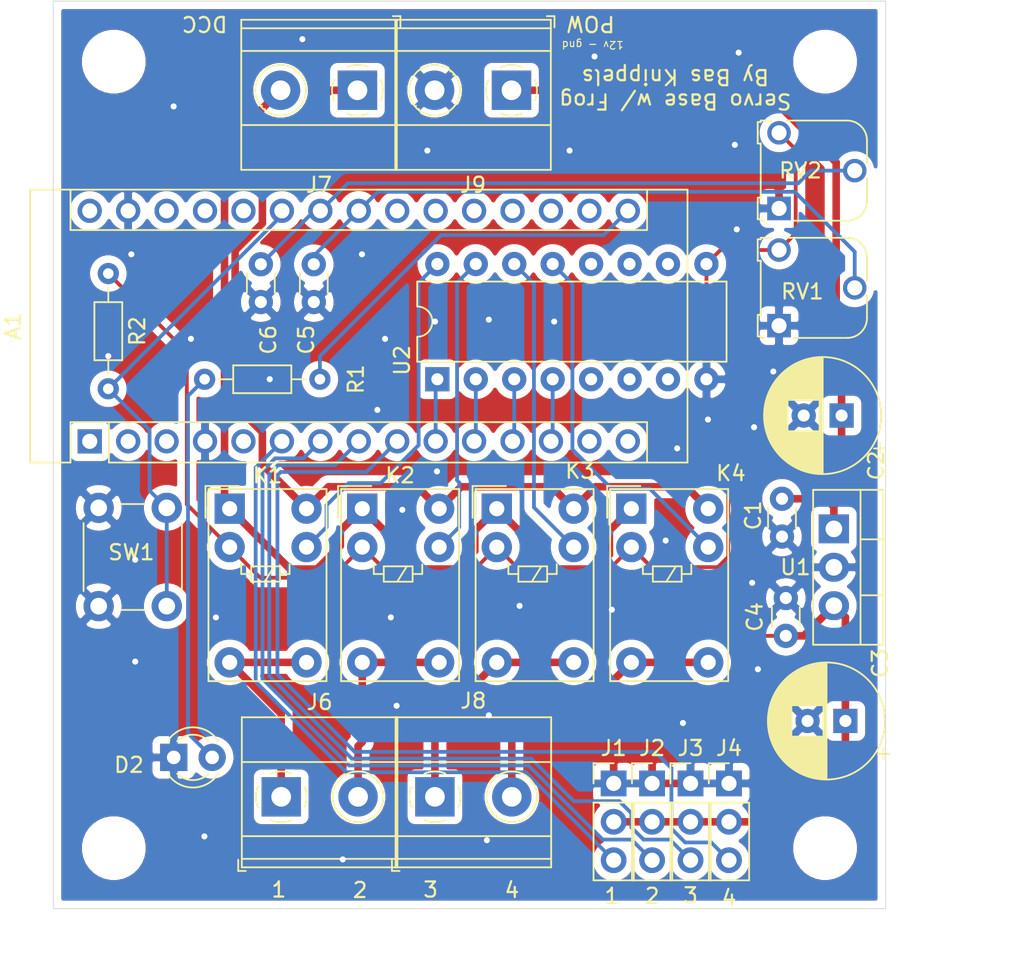
<source format=kicad_pcb>
(kicad_pcb (version 20171130) (host pcbnew "(5.1.6)-1")
  (layers (0 F.Cu signal) (31 B.Cu signal) (34 B.Paste user) (35 F.Paste user) (36 B.SilkS user) (37 F.SilkS user) (38 B.Mask user) (39 F.Mask user) (44 Edge.Cuts user))
  (net 0 "")
  (net 1 /status)
  (net 2 "Net-(A1-Pad15)")
  (net 3 "Net-(A1-Pad30)")
  (net 4 /conf)
  (net 5 GND)
  (net 6 /rel4)
  (net 7 "Net-(A1-Pad28)")
  (net 8 /rel3)
  (net 9 "Net-(A1-Pad27)")
  (net 10 /rel2)
  (net 11 "Net-(A1-Pad26)")
  (net 12 /rel1)
  (net 13 /mot4)
  (net 14 /pot2)
  (net 15 /mot3)
  (net 16 /pot1)
  (net 17 /mot2)
  (net 18 /sw4)
  (net 19 /mot1)
  (net 20 /sw3)
  (net 21 "Net-(A1-Pad5)")
  (net 22 /sw2)
  (net 23 /sw1)
  (net 24 "Net-(A1-Pad3)")
  (net 25 "Net-(A1-Pad18)")
  (net 26 "Net-(A1-Pad2)")
  (net 27 "Net-(A1-Pad17)")
  (net 28 "Net-(A1-Pad1)")
  (net 29 "Net-(C1-Pad1)")
  (net 30 +5V)
  (net 31 /DCC-)
  (net 32 /DCC+)
  (net 33 "Net-(D2-Pad2)")
  (net 34 /frog1)
  (net 35 /frog2)
  (net 36 /frog3)
  (net 37 /frog4)
  (net 38 /coil1)
  (net 39 /coil2)
  (net 40 /coil3)
  (net 41 /coil4)
  (net 42 "Net-(U2-Pad7)")
  (net 43 "Net-(U2-Pad6)")
  (net 44 "Net-(U2-Pad5)")
  (net 45 "Net-(U2-Pad12)")
  (net 46 "Net-(U2-Pad11)")
  (net 47 "Net-(U2-Pad10)")
  (net 48 "Net-(A1-Pad14)")
  (module Module:Arduino_Nano (layer F.Cu) (at 134.408 91.104 90)
    (fp_text reference A1 (at 7.62 -5.08 90) (layer F.SilkS))
    (fp_text value Arduino_Nano_v3.x)
    (pad 16 thru_hole oval (at 15.24 35.56 90) (size 1.6 1.6) (drill 1) (layers *.Cu *.Mask) (net 1 /status))
    (pad 15 thru_hole oval (at 0 35.56 90) (size 1.6 1.6) (drill 1) (layers *.Cu *.Mask) (net 2 "Net-(A1-Pad15)"))
    (pad 30 thru_hole oval (at 15.24 0 90) (size 1.6 1.6) (drill 1) (layers *.Cu *.Mask) (net 3 "Net-(A1-Pad30)"))
    (pad 14 thru_hole oval (at 0 33.02 90) (size 1.6 1.6) (drill 1) (layers *.Cu *.Mask) (net 48 "Net-(A1-Pad14)"))
    (pad 29 thru_hole oval (at 15.24 2.54 90) (size 1.6 1.6) (drill 1) (layers *.Cu *.Mask) (net 5 GND))
    (pad 13 thru_hole oval (at 0 30.48 90) (size 1.6 1.6) (drill 1) (layers *.Cu *.Mask) (net 6 /rel4))
    (pad 28 thru_hole oval (at 15.24 5.08 90) (size 1.6 1.6) (drill 1) (layers *.Cu *.Mask) (net 7 "Net-(A1-Pad28)"))
    (pad 12 thru_hole oval (at 0 27.94 90) (size 1.6 1.6) (drill 1) (layers *.Cu *.Mask) (net 8 /rel3))
    (pad 27 thru_hole oval (at 15.24 7.62 90) (size 1.6 1.6) (drill 1) (layers *.Cu *.Mask) (net 9 "Net-(A1-Pad27)"))
    (pad 11 thru_hole oval (at 0 25.4 90) (size 1.6 1.6) (drill 1) (layers *.Cu *.Mask) (net 10 /rel2))
    (pad 26 thru_hole oval (at 15.24 10.16 90) (size 1.6 1.6) (drill 1) (layers *.Cu *.Mask) (net 11 "Net-(A1-Pad26)"))
    (pad 10 thru_hole oval (at 0 22.86 90) (size 1.6 1.6) (drill 1) (layers *.Cu *.Mask) (net 12 /rel1))
    (pad 25 thru_hole oval (at 15.24 12.7 90) (size 1.6 1.6) (drill 1) (layers *.Cu *.Mask) (net 4 /conf))
    (pad 9 thru_hole oval (at 0 20.32 90) (size 1.6 1.6) (drill 1) (layers *.Cu *.Mask) (net 13 /mot4))
    (pad 24 thru_hole oval (at 15.24 15.24 90) (size 1.6 1.6) (drill 1) (layers *.Cu *.Mask) (net 14 /pot2))
    (pad 8 thru_hole oval (at 0 17.78 90) (size 1.6 1.6) (drill 1) (layers *.Cu *.Mask) (net 15 /mot3))
    (pad 23 thru_hole oval (at 15.24 17.78 90) (size 1.6 1.6) (drill 1) (layers *.Cu *.Mask) (net 16 /pot1))
    (pad 7 thru_hole oval (at 0 15.24 90) (size 1.6 1.6) (drill 1) (layers *.Cu *.Mask) (net 17 /mot2))
    (pad 22 thru_hole oval (at 15.24 20.32 90) (size 1.6 1.6) (drill 1) (layers *.Cu *.Mask) (net 18 /sw4))
    (pad 6 thru_hole oval (at 0 12.7 90) (size 1.6 1.6) (drill 1) (layers *.Cu *.Mask) (net 19 /mot1))
    (pad 21 thru_hole oval (at 15.24 22.86 90) (size 1.6 1.6) (drill 1) (layers *.Cu *.Mask) (net 20 /sw3))
    (pad 5 thru_hole oval (at 0 10.16 90) (size 1.6 1.6) (drill 1) (layers *.Cu *.Mask) (net 21 "Net-(A1-Pad5)"))
    (pad 20 thru_hole oval (at 15.24 25.4 90) (size 1.6 1.6) (drill 1) (layers *.Cu *.Mask) (net 22 /sw2))
    (pad 4 thru_hole oval (at 0 7.62 90) (size 1.6 1.6) (drill 1) (layers *.Cu *.Mask) (net 5 GND))
    (pad 19 thru_hole oval (at 15.24 27.94 90) (size 1.6 1.6) (drill 1) (layers *.Cu *.Mask) (net 23 /sw1))
    (pad 3 thru_hole oval (at 0 5.08 90) (size 1.6 1.6) (drill 1) (layers *.Cu *.Mask) (net 24 "Net-(A1-Pad3)"))
    (pad 18 thru_hole oval (at 15.24 30.48 90) (size 1.6 1.6) (drill 1) (layers *.Cu *.Mask) (net 25 "Net-(A1-Pad18)"))
    (pad 2 thru_hole oval (at 0 2.54 90) (size 1.6 1.6) (drill 1) (layers *.Cu *.Mask) (net 26 "Net-(A1-Pad2)"))
    (pad 17 thru_hole oval (at 15.24 33.02 90) (size 1.6 1.6) (drill 1) (layers *.Cu *.Mask) (net 27 "Net-(A1-Pad17)"))
    (pad 1 thru_hole rect (at 0 0 90) (size 1.6 1.6) (drill 1) (layers *.Cu *.Mask) (net 28 "Net-(A1-Pad1)"))
  )
  (module Resistor_THT:R_Axial_DIN0204_L3.6mm_D1.6mm_P7.62mm_Horizontal (layer F.Cu) (at 135.636 80.01 270)
    (fp_text reference R2 (at 3.81 -1.92 90) (layer F.SilkS))
    (fp_text value R)
    (pad 2 thru_hole oval (at 7.62 0 270) (size 1.4 1.4) (drill 0.7) (layers *.Cu *.Mask) (net 4 /conf))
    (pad 1 thru_hole circle (at 0 0 270) (size 1.4 1.4) (drill 0.7) (layers *.Cu *.Mask) (net 30 +5V))
  )
  (module TerminalBlock_Phoenix:TerminalBlock_Phoenix_MKDS-1,5-2-5.08_1x02_P5.08mm_Horizontal (layer F.Cu) (at 162.2794 67.893 180)
    (fp_text reference J9 (at 2.54 -6.26) (layer F.SilkS))
    (fp_text value pow)
    (pad 2 thru_hole circle (at 5.08 0 180) (size 2.6 2.6) (drill 1.3) (layers *.Cu *.Mask) (net 5 GND))
    (pad 1 thru_hole rect (at 0 0 180) (size 2.6 2.6) (drill 1.3) (layers *.Cu *.Mask) (net 29 "Net-(C1-Pad1)"))
  )
  (module TerminalBlock_Phoenix:TerminalBlock_Phoenix_MKDS-1,5-2-5.08_1x02_P5.08mm_Horizontal (layer F.Cu) (at 157.22 114.607)
    (fp_text reference J8 (at 2.54 -6.35) (layer F.SilkS))
    (fp_text value frog)
    (pad 2 thru_hole circle (at 5.08 0) (size 2.6 2.6) (drill 1.3) (layers *.Cu *.Mask) (net 37 /frog4))
    (pad 1 thru_hole rect (at 0 0) (size 2.6 2.6) (drill 1.3) (layers *.Cu *.Mask) (net 36 /frog3))
  )
  (module TerminalBlock_Phoenix:TerminalBlock_Phoenix_MKDS-1,5-2-5.08_1x02_P5.08mm_Horizontal (layer F.Cu) (at 152.1 67.893 180)
    (fp_text reference J7 (at 2.54 -6.26) (layer F.SilkS))
    (fp_text value DCC)
    (pad 2 thru_hole circle (at 5.08 0 180) (size 2.6 2.6) (drill 1.3) (layers *.Cu *.Mask) (net 32 /DCC+))
    (pad 1 thru_hole rect (at 0 0 180) (size 2.6 2.6) (drill 1.3) (layers *.Cu *.Mask) (net 31 /DCC-))
  )
  (module TerminalBlock_Phoenix:TerminalBlock_Phoenix_MKDS-1,5-2-5.08_1x02_P5.08mm_Horizontal (layer F.Cu) (at 147.06 114.607)
    (fp_text reference J6 (at 2.54 -6.26) (layer F.SilkS))
    (fp_text value frog)
    (pad 2 thru_hole circle (at 5.08 0) (size 2.6 2.6) (drill 1.3) (layers *.Cu *.Mask) (net 35 /frog2))
    (pad 1 thru_hole rect (at 0 0) (size 2.6 2.6) (drill 1.3) (layers *.Cu *.Mask) (net 34 /frog1))
  )
  (module MountingHole:MountingHole_3.2mm_M3 (layer F.Cu) (at 183 66)
    (fp_text reference REF**)
    (fp_text value MountingHole_3.2mm_M3)
    (pad 1 np_thru_hole circle (at 0 0) (size 3.2 3.2) (drill 3.2) (layers *.Cu *.Mask))
  )
  (module MountingHole:MountingHole_3.2mm_M3 (layer F.Cu) (at 136 66)
    (fp_text reference REF**)
    (fp_text value MountingHole_3.2mm_M3)
    (pad 1 np_thru_hole circle (at 0 0) (size 3.2 3.2) (drill 3.2) (layers *.Cu *.Mask))
  )
  (module MountingHole:MountingHole_3.2mm_M3 (layer F.Cu) (at 136 118)
    (fp_text reference REF**)
    (fp_text value MountingHole_3.2mm_M3)
    (pad 1 np_thru_hole circle (at 0 0) (size 3.2 3.2) (drill 3.2) (layers *.Cu *.Mask))
  )
  (module MountingHole:MountingHole_3.2mm_M3 (layer F.Cu) (at 183 118)
    (fp_text reference REF**)
    (fp_text value MountingHole_3.2mm_M3)
    (pad 1 np_thru_hole circle (at 0 0) (size 3.2 3.2) (drill 3.2) (layers *.Cu *.Mask))
  )
  (module Relay_THT:Relay_SPDT_Omron_G5V-1 (layer F.Cu) (at 170.198 95.557)
    (fp_text reference K4 (at 6.58 -2.34) (layer F.SilkS))
    (fp_text value G5V-1)
    (pad 5 thru_hole circle (at 0 10.16) (size 2 2) (drill 1) (layers *.Cu *.Mask) (net 37 /frog4))
    (pad 6 thru_hole circle (at 5.08 10.16) (size 2 2) (drill 1) (layers *.Cu *.Mask) (net 37 /frog4))
    (pad 2 thru_hole circle (at 0 2.54) (size 2 2) (drill 1) (layers *.Cu *.Mask) (net 30 +5V))
    (pad 1 thru_hole rect (at 0 0) (size 2 2) (drill 1) (layers *.Cu *.Mask) (net 32 /DCC+))
    (pad 9 thru_hole circle (at 5.08 2.54) (size 2 2) (drill 1) (layers *.Cu *.Mask) (net 41 /coil4))
    (pad 10 thru_hole circle (at 5.08 0) (size 2 2) (drill 1) (layers *.Cu *.Mask) (net 31 /DCC-))
  )
  (module Relay_THT:Relay_SPDT_Omron_G5V-1 (layer F.Cu) (at 161.308 95.557)
    (fp_text reference K3 (at 5.5 -2.5) (layer F.SilkS))
    (fp_text value G5V-1)
    (pad 5 thru_hole circle (at 0 10.16) (size 2 2) (drill 1) (layers *.Cu *.Mask) (net 36 /frog3))
    (pad 6 thru_hole circle (at 5.08 10.16) (size 2 2) (drill 1) (layers *.Cu *.Mask) (net 36 /frog3))
    (pad 2 thru_hole circle (at 0 2.54) (size 2 2) (drill 1) (layers *.Cu *.Mask) (net 30 +5V))
    (pad 1 thru_hole rect (at 0 0) (size 2 2) (drill 1) (layers *.Cu *.Mask) (net 32 /DCC+))
    (pad 9 thru_hole circle (at 5.08 2.54) (size 2 2) (drill 1) (layers *.Cu *.Mask) (net 40 /coil3))
    (pad 10 thru_hole circle (at 5.08 0) (size 2 2) (drill 1) (layers *.Cu *.Mask) (net 31 /DCC-))
  )
  (module Relay_THT:Relay_SPDT_Omron_G5V-1 (layer F.Cu) (at 152.418 95.557)
    (fp_text reference K2 (at 2.5 -2.2) (layer F.SilkS))
    (fp_text value G5V-1)
    (pad 5 thru_hole circle (at 0 10.16) (size 2 2) (drill 1) (layers *.Cu *.Mask) (net 35 /frog2))
    (pad 6 thru_hole circle (at 5.08 10.16) (size 2 2) (drill 1) (layers *.Cu *.Mask) (net 35 /frog2))
    (pad 2 thru_hole circle (at 0 2.54) (size 2 2) (drill 1) (layers *.Cu *.Mask) (net 30 +5V))
    (pad 1 thru_hole rect (at 0 0) (size 2 2) (drill 1) (layers *.Cu *.Mask) (net 32 /DCC+))
    (pad 9 thru_hole circle (at 5.08 2.54) (size 2 2) (drill 1) (layers *.Cu *.Mask) (net 39 /coil2))
    (pad 10 thru_hole circle (at 5.08 0) (size 2 2) (drill 1) (layers *.Cu *.Mask) (net 31 /DCC-))
  )
  (module Relay_THT:Relay_SPDT_Omron_G5V-1 (layer F.Cu) (at 143.655 95.557)
    (fp_text reference K1 (at 2.5 -2.2) (layer F.SilkS))
    (fp_text value G5V-1)
    (pad 5 thru_hole circle (at 0 10.16) (size 2 2) (drill 1) (layers *.Cu *.Mask) (net 34 /frog1))
    (pad 6 thru_hole circle (at 5.08 10.16) (size 2 2) (drill 1) (layers *.Cu *.Mask) (net 34 /frog1))
    (pad 2 thru_hole circle (at 0 2.54) (size 2 2) (drill 1) (layers *.Cu *.Mask) (net 30 +5V))
    (pad 1 thru_hole rect (at 0 0) (size 2 2) (drill 1) (layers *.Cu *.Mask) (net 32 /DCC+))
    (pad 9 thru_hole circle (at 5.08 2.54) (size 2 2) (drill 1) (layers *.Cu *.Mask) (net 38 /coil1))
    (pad 10 thru_hole circle (at 5.08 0) (size 2 2) (drill 1) (layers *.Cu *.Mask) (net 31 /DCC-))
  )
  (module Package_DIP:DIP-16_W7.62mm (layer F.Cu) (at 157.38 87 90)
    (fp_text reference U2 (at 1.25 -2.33 90) (layer F.SilkS))
    (fp_text value ULN2003A)
    (pad 16 thru_hole oval (at 7.62 0 90) (size 1.6 1.6) (drill 0.8) (layers *.Cu *.Mask) (net 38 /coil1))
    (pad 8 thru_hole oval (at 0 17.78 90) (size 1.6 1.6) (drill 0.8) (layers *.Cu *.Mask) (net 5 GND))
    (pad 15 thru_hole oval (at 7.62 2.54 90) (size 1.6 1.6) (drill 0.8) (layers *.Cu *.Mask) (net 39 /coil2))
    (pad 7 thru_hole oval (at 0 15.24 90) (size 1.6 1.6) (drill 0.8) (layers *.Cu *.Mask) (net 42 "Net-(U2-Pad7)"))
    (pad 14 thru_hole oval (at 7.62 5.08 90) (size 1.6 1.6) (drill 0.8) (layers *.Cu *.Mask) (net 40 /coil3))
    (pad 6 thru_hole oval (at 0 12.7 90) (size 1.6 1.6) (drill 0.8) (layers *.Cu *.Mask) (net 43 "Net-(U2-Pad6)"))
    (pad 13 thru_hole oval (at 7.62 7.62 90) (size 1.6 1.6) (drill 0.8) (layers *.Cu *.Mask) (net 41 /coil4))
    (pad 5 thru_hole oval (at 0 10.16 90) (size 1.6 1.6) (drill 0.8) (layers *.Cu *.Mask) (net 44 "Net-(U2-Pad5)"))
    (pad 12 thru_hole oval (at 7.62 10.16 90) (size 1.6 1.6) (drill 0.8) (layers *.Cu *.Mask) (net 45 "Net-(U2-Pad12)"))
    (pad 4 thru_hole oval (at 0 7.62 90) (size 1.6 1.6) (drill 0.8) (layers *.Cu *.Mask) (net 6 /rel4))
    (pad 11 thru_hole oval (at 7.62 12.7 90) (size 1.6 1.6) (drill 0.8) (layers *.Cu *.Mask) (net 46 "Net-(U2-Pad11)"))
    (pad 3 thru_hole oval (at 0 5.08 90) (size 1.6 1.6) (drill 0.8) (layers *.Cu *.Mask) (net 8 /rel3))
    (pad 10 thru_hole oval (at 7.62 15.24 90) (size 1.6 1.6) (drill 0.8) (layers *.Cu *.Mask) (net 47 "Net-(U2-Pad10)"))
    (pad 2 thru_hole oval (at 0 2.54 90) (size 1.6 1.6) (drill 0.8) (layers *.Cu *.Mask) (net 10 /rel2))
    (pad 9 thru_hole oval (at 7.62 17.78 90) (size 1.6 1.6) (drill 0.8) (layers *.Cu *.Mask) (net 30 +5V))
    (pad 1 thru_hole rect (at 0 0 90) (size 1.6 1.6) (drill 0.8) (layers *.Cu *.Mask) (net 12 /rel1))
  )
  (module Package_TO_SOT_THT:TO-220-3_Vertical (layer F.Cu) (at 183.5822 96.8922 270)
    (fp_text reference U1 (at 2.54 2.54 180) (layer F.SilkS))
    (fp_text value LM7805_TO220)
    (pad 3 thru_hole oval (at 5.08 0 270) (size 1.905 2) (drill 1.1) (layers *.Cu *.Mask) (net 30 +5V))
    (pad 2 thru_hole oval (at 2.54 0 270) (size 1.905 2) (drill 1.1) (layers *.Cu *.Mask) (net 5 GND))
    (pad 1 thru_hole rect (at 0 0 270) (size 1.905 2) (drill 1.1) (layers *.Cu *.Mask) (net 29 "Net-(C1-Pad1)"))
  )
  (module Button_Switch_THT:SW_PUSH_6mm_H4.3mm (layer F.Cu) (at 135 102 90)
    (fp_text reference SW1 (at 3.556 2.159) (layer F.SilkS))
    (fp_text value conf)
    (pad 1 thru_hole circle (at 6.5 0 180) (size 2 2) (drill 1.1) (layers *.Cu *.Mask) (net 5 GND))
    (pad 2 thru_hole circle (at 6.5 4.5 180) (size 2 2) (drill 1.1) (layers *.Cu *.Mask) (net 4 /conf))
    (pad 1 thru_hole circle (at 0 0 180) (size 2 2) (drill 1.1) (layers *.Cu *.Mask) (net 5 GND))
    (pad 2 thru_hole circle (at 0 4.5 180) (size 2 2) (drill 1.1) (layers *.Cu *.Mask) (net 4 /conf))
  )
  (module Potentiometer_THT:Potentiometer_Runtron_RM-065_Vertical (layer F.Cu) (at 179.959 75.706 90)
    (fp_text reference RV2 (at 2.505 1.413 180) (layer F.SilkS))
    (fp_text value R_POT)
    (pad 2 thru_hole circle (at 2.5 5 90) (size 1.55 1.55) (drill 1) (layers *.Cu *.Mask) (net 14 /pot2))
    (pad 1 thru_hole rect (at 0 0 90) (size 1.55 1.55) (drill 1) (layers *.Cu *.Mask) (net 5 GND))
    (pad 3 thru_hole circle (at 5 0 90) (size 1.55 1.55) (drill 1) (layers *.Cu *.Mask) (net 30 +5V))
  )
  (module Potentiometer_THT:Potentiometer_Runtron_RM-065_Vertical (layer F.Cu) (at 179.959 83.456 90)
    (fp_text reference RV1 (at 2.254 1.54 180) (layer F.SilkS))
    (fp_text value R_POT)
    (pad 2 thru_hole circle (at 2.5 5 90) (size 1.55 1.55) (drill 1) (layers *.Cu *.Mask) (net 16 /pot1))
    (pad 1 thru_hole rect (at 0 0 90) (size 1.55 1.55) (drill 1) (layers *.Cu *.Mask) (net 5 GND))
    (pad 3 thru_hole circle (at 5 0 90) (size 1.55 1.55) (drill 1) (layers *.Cu *.Mask) (net 30 +5V))
  )
  (module Resistor_THT:R_Axial_DIN0204_L3.6mm_D1.6mm_P7.62mm_Horizontal (layer F.Cu) (at 142 87)
    (fp_text reference R1 (at 10 0 270) (layer F.SilkS))
    (fp_text value R)
    (pad 2 thru_hole oval (at 7.62 0) (size 1.4 1.4) (drill 0.7) (layers *.Cu *.Mask) (net 1 /status))
    (pad 1 thru_hole circle (at 0 0) (size 1.4 1.4) (drill 0.7) (layers *.Cu *.Mask) (net 33 "Net-(D2-Pad2)"))
  )
  (module Connector_PinHeader_2.54mm:PinHeader_1x03_P2.54mm_Vertical (layer F.Cu) (at 176.651 113.718)
    (fp_text reference J4 (at 0 -2.33) (layer F.SilkS))
    (fp_text value servo)
    (pad 3 thru_hole oval (at 0 5.08) (size 1.7 1.7) (drill 1) (layers *.Cu *.Mask) (net 13 /mot4))
    (pad 2 thru_hole oval (at 0 2.54) (size 1.7 1.7) (drill 1) (layers *.Cu *.Mask) (net 30 +5V))
    (pad 1 thru_hole rect (at 0 0) (size 1.7 1.7) (drill 1) (layers *.Cu *.Mask) (net 5 GND))
  )
  (module Connector_PinHeader_2.54mm:PinHeader_1x03_P2.54mm_Vertical (layer F.Cu) (at 174.111 113.718)
    (fp_text reference J3 (at 0 -2.33) (layer F.SilkS))
    (fp_text value servo)
    (pad 3 thru_hole oval (at 0 5.08) (size 1.7 1.7) (drill 1) (layers *.Cu *.Mask) (net 15 /mot3))
    (pad 2 thru_hole oval (at 0 2.54) (size 1.7 1.7) (drill 1) (layers *.Cu *.Mask) (net 30 +5V))
    (pad 1 thru_hole rect (at 0 0) (size 1.7 1.7) (drill 1) (layers *.Cu *.Mask) (net 5 GND))
  )
  (module Connector_PinHeader_2.54mm:PinHeader_1x03_P2.54mm_Vertical (layer F.Cu) (at 171.571 113.718)
    (fp_text reference J2 (at 0 -2.33) (layer F.SilkS))
    (fp_text value servo)
    (pad 3 thru_hole oval (at 0 5.08) (size 1.7 1.7) (drill 1) (layers *.Cu *.Mask) (net 17 /mot2))
    (pad 2 thru_hole oval (at 0 2.54) (size 1.7 1.7) (drill 1) (layers *.Cu *.Mask) (net 30 +5V))
    (pad 1 thru_hole rect (at 0 0) (size 1.7 1.7) (drill 1) (layers *.Cu *.Mask) (net 5 GND))
  )
  (module Connector_PinHeader_2.54mm:PinHeader_1x03_P2.54mm_Vertical (layer F.Cu) (at 169.031 113.718)
    (fp_text reference J1 (at 0 -2.33) (layer F.SilkS))
    (fp_text value servo)
    (pad 3 thru_hole oval (at 0 5.08) (size 1.7 1.7) (drill 1) (layers *.Cu *.Mask) (net 19 /mot1))
    (pad 2 thru_hole oval (at 0 2.54) (size 1.7 1.7) (drill 1) (layers *.Cu *.Mask) (net 30 +5V))
    (pad 1 thru_hole rect (at 0 0) (size 1.7 1.7) (drill 1) (layers *.Cu *.Mask) (net 5 GND))
  )
  (module LED_THT:LED_D3.0mm (layer F.Cu) (at 139.96 112)
    (fp_text reference D2 (at -2.96 0.5) (layer F.SilkS))
    (fp_text value LED)
    (pad 2 thru_hole circle (at 2.54 0) (size 1.8 1.8) (drill 0.9) (layers *.Cu *.Mask) (net 33 "Net-(D2-Pad2)"))
    (pad 1 thru_hole rect (at 0 0) (size 1.8 1.8) (drill 0.9) (layers *.Cu *.Mask) (net 5 GND))
  )
  (module Capacitor_THT:C_Disc_D3.0mm_W1.6mm_P2.50mm (layer F.Cu) (at 145.716 81.895 90)
    (fp_text reference C6 (at -2.5 0.5 90) (layer F.SilkS))
    (fp_text value C)
    (pad 2 thru_hole circle (at 2.5 0 90) (size 1.6 1.6) (drill 0.8) (layers *.Cu *.Mask) (net 14 /pot2))
    (pad 1 thru_hole circle (at 0 0 90) (size 1.6 1.6) (drill 0.8) (layers *.Cu *.Mask) (net 5 GND))
  )
  (module Capacitor_THT:C_Disc_D3.0mm_W1.6mm_P2.50mm (layer F.Cu) (at 149.216 81.895 90)
    (fp_text reference C5 (at -2.5 -0.5 90) (layer F.SilkS))
    (fp_text value C)
    (pad 2 thru_hole circle (at 2.5 0 90) (size 1.6 1.6) (drill 0.8) (layers *.Cu *.Mask) (net 16 /pot1))
    (pad 1 thru_hole circle (at 0 0 90) (size 1.6 1.6) (drill 0.8) (layers *.Cu *.Mask) (net 5 GND))
  )
  (module Capacitor_THT:C_Disc_D3.0mm_W1.6mm_P2.50mm (layer F.Cu) (at 180.4072 103.9642 90)
    (fp_text reference C4 (at 1.25 -2.05 90) (layer F.SilkS))
    (fp_text value C)
    (pad 2 thru_hole circle (at 2.5 0 90) (size 1.6 1.6) (drill 0.8) (layers *.Cu *.Mask) (net 5 GND))
    (pad 1 thru_hole circle (at 0 0 90) (size 1.6 1.6) (drill 0.8) (layers *.Cu *.Mask) (net 30 +5V))
  )
  (module Capacitor_THT:CP_Radial_D7.5mm_P2.50mm (layer F.Cu) (at 184.3442 109.5922 180)
    (fp_text reference C3 (at -2.286 3.81 90) (layer F.SilkS))
    (fp_text value CP)
    (pad 2 thru_hole circle (at 2.5 0 180) (size 1.6 1.6) (drill 0.8) (layers *.Cu *.Mask) (net 5 GND))
    (pad 1 thru_hole rect (at 0 0 180) (size 1.6 1.6) (drill 0.8) (layers *.Cu *.Mask) (net 30 +5V))
  )
  (module Capacitor_THT:CP_Radial_D7.5mm_P2.50mm (layer F.Cu) (at 184.0902 89.3992 180)
    (fp_text reference C2 (at -2.286 -3.302 270) (layer F.SilkS))
    (fp_text value CP)
    (pad 2 thru_hole circle (at 2.5 0 180) (size 1.6 1.6) (drill 0.8) (layers *.Cu *.Mask) (net 5 GND))
    (pad 1 thru_hole rect (at 0 0 180) (size 1.6 1.6) (drill 0.8) (layers *.Cu *.Mask) (net 29 "Net-(C1-Pad1)"))
  )
  (module Capacitor_THT:C_Disc_D3.0mm_W1.6mm_P2.50mm (layer F.Cu) (at 180.1532 94.9002 270)
    (fp_text reference C1 (at 1.103 1.905 90) (layer F.SilkS))
    (fp_text value C)
    (pad 2 thru_hole circle (at 2.5 0 270) (size 1.6 1.6) (drill 0.8) (layers *.Cu *.Mask) (net 5 GND))
    (pad 1 thru_hole circle (at 0 0 270) (size 1.6 1.6) (drill 0.8) (layers *.Cu *.Mask) (net 29 "Net-(C1-Pad1)"))
  )
  (gr_text "12v - gnd" (at 167.64 64.897 180) (layer F.SilkS) (effects (font (size 0.5 0.5) (thickness 0.075))))
  (gr_text "Servo Base w/ Frog\nBy Bas Knippels" (at 173.101 67.818 180) (layer F.SilkS) (effects (font (size 1 1))))
  (gr_text POW (at 167.5 63.5 180) (layer F.SilkS) (effects (font (size 1 1))))
  (gr_line (start 132 122) (end 187 122) (layer Edge.Cuts) (width 0.05))
  (gr_line (start 132 62) (end 132 122) (layer Edge.Cuts) (width 0.05))
  (gr_line (start 187 62) (end 132 62) (layer Edge.Cuts) (width 0.05))
  (gr_line (start 187 122) (end 187 62) (layer Edge.Cuts) (width 0.05))
  (gr_text 1 (at 168.91 121.158) (layer F.SilkS) (effects (font (size 1 1))))
  (gr_text 3 (at 174.117 121.127) (layer F.SilkS) (effects (font (size 1 1))))
  (gr_text 4 (at 176.657 121.285) (layer F.SilkS) (effects (font (size 1 1))))
  (gr_text 2 (at 171.577 121.158) (layer F.SilkS) (effects (font (size 1 1))))
  (gr_text 3 (at 156.938 120.746) (layer F.SilkS) (effects (font (size 1 1))))
  (gr_text 4 (at 162.306 120.777) (layer F.SilkS) (effects (font (size 1 1))))
  (gr_text 2 (at 152.273 120.777) (layer F.SilkS) (effects (font (size 1 1))))
  (gr_text 1 (at 146.905 120.746) (layer F.SilkS) (effects (font (size 1 1))))
  (gr_text DCC (at 142 63.5 180) (layer F.SilkS) (effects (font (size 1 1))))
  (segment (start 149.62 85.474998) (end 157.624998 77.47) (width 0.25) (layer B.Cu) (net 1))
  (segment (start 149.62 87) (end 149.62 85.474998) (width 0.25) (layer B.Cu) (net 1))
  (segment (start 168.362 77.47) (end 169.968 75.864) (width 0.25) (layer B.Cu) (net 1))
  (segment (start 157.624998 77.47) (end 168.362 77.47) (width 0.25) (layer B.Cu) (net 1))
  (segment (start 139.5 102) (end 139.5 95.5) (width 0.25) (layer B.Cu) (net 4))
  (segment (start 139.5 95.5) (end 138.362999 94.362999) (width 0.25) (layer B.Cu) (net 4))
  (segment (start 138.362999 90.356999) (end 138.362999 91.118999) (width 0.25) (layer B.Cu) (net 4))
  (segment (start 135.636 87.63) (end 138.362999 90.356999) (width 0.25) (layer B.Cu) (net 4))
  (segment (start 138.362999 94.362999) (end 138.362999 91.118999) (width 0.25) (layer B.Cu) (net 4))
  (segment (start 147.108 76.158) (end 147.108 75.864) (width 0.25) (layer B.Cu) (net 4))
  (segment (start 135.636 87.63) (end 147.108 76.158) (width 0.25) (layer B.Cu) (net 4))
  (via (at 173.609 109.728) (size 0.8) (drill 0.4) (layers F.Cu B.Cu) (net 5))
  (via (at 168.91 102.235) (size 0.8) (drill 0.4) (layers F.Cu B.Cu) (net 5))
  (via (at 154.305 102.743) (size 0.8) (drill 0.4) (layers F.Cu B.Cu) (net 5))
  (via (at 142.748 102.743) (size 0.8) (drill 0.4) (layers F.Cu B.Cu) (net 5))
  (via (at 137.414 105.664) (size 0.8) (drill 0.4) (layers F.Cu B.Cu) (net 5))
  (via (at 137.414 98.933) (size 0.8) (drill 0.4) (layers F.Cu B.Cu) (net 5))
  (via (at 135.636 85.471) (size 0.8) (drill 0.4) (layers F.Cu B.Cu) (net 5))
  (via (at 141.097 84.328) (size 0.8) (drill 0.4) (layers F.Cu B.Cu) (net 5))
  (via (at 146.304 86.995) (size 0.8) (drill 0.4) (layers F.Cu B.Cu) (net 5))
  (via (at 141.986 117.221) (size 0.8) (drill 0.4) (layers F.Cu B.Cu) (net 5))
  (via (at 151.13 118.745) (size 0.8) (drill 0.4) (layers F.Cu B.Cu) (net 5))
  (via (at 178.562 106.172) (size 0.8) (drill 0.4) (layers F.Cu B.Cu) (net 5))
  (via (at 178.181 100.457) (size 0.8) (drill 0.4) (layers F.Cu B.Cu) (net 5))
  (via (at 172.466 97.663) (size 0.8) (drill 0.4) (layers F.Cu B.Cu) (net 5))
  (via (at 173.228 91.567) (size 0.8) (drill 0.4) (layers F.Cu B.Cu) (net 5))
  (via (at 179.578 86.487) (size 0.8) (drill 0.4) (layers F.Cu B.Cu) (net 5))
  (via (at 177.038 71.501) (size 0.8) (drill 0.4) (layers F.Cu B.Cu) (net 5))
  (via (at 177.165 77.089) (size 0.8) (drill 0.4) (layers F.Cu B.Cu) (net 5))
  (via (at 177.292 65.405) (size 0.8) (drill 0.4) (layers F.Cu B.Cu) (net 5))
  (via (at 167.767 65.659) (size 0.8) (drill 0.4) (layers F.Cu B.Cu) (net 5))
  (via (at 166.116 71.882) (size 0.8) (drill 0.4) (layers F.Cu B.Cu) (net 5))
  (via (at 156.718 71.882) (size 0.8) (drill 0.4) (layers F.Cu B.Cu) (net 5))
  (via (at 148.463 64.516) (size 0.8) (drill 0.4) (layers F.Cu B.Cu) (net 5))
  (via (at 139.954 68.961) (size 0.8) (drill 0.4) (layers F.Cu B.Cu) (net 5))
  (via (at 137.16 78.74) (size 0.8) (drill 0.4) (layers F.Cu B.Cu) (net 5))
  (via (at 153.924 84.328) (size 0.8) (drill 0.4) (layers F.Cu B.Cu) (net 5))
  (via (at 152.4 78.74) (size 0.8) (drill 0.4) (layers F.Cu B.Cu) (net 5))
  (via (at 153.416 89.027) (size 0.8) (drill 0.4) (layers F.Cu B.Cu) (net 5))
  (via (at 155.067 95.631) (size 0.8) (drill 0.4) (layers F.Cu B.Cu) (net 5))
  (via (at 157.353 93.091) (size 0.8) (drill 0.4) (layers F.Cu B.Cu) (net 5))
  (via (at 175.26 89.662) (size 0.8) (drill 0.4) (layers F.Cu B.Cu) (net 5))
  (via (at 178.308 90.17) (size 0.8) (drill 0.4) (layers F.Cu B.Cu) (net 5))
  (via (at 162.814 101.981) (size 0.8) (drill 0.4) (layers F.Cu B.Cu) (net 5))
  (via (at 160.782 109.22) (size 0.8) (drill 0.4) (layers F.Cu B.Cu) (net 5))
  (via (at 154.686 108.585) (size 0.8) (drill 0.4) (layers F.Cu B.Cu) (net 5))
  (via (at 160.655 117.475) (size 0.8) (drill 0.4) (layers F.Cu B.Cu) (net 5))
  (via (at 157.226 83.185) (size 0.8) (drill 0.4) (layers F.Cu B.Cu) (net 5))
  (via (at 160.782 83.058) (size 0.8) (drill 0.4) (layers F.Cu B.Cu) (net 5))
  (via (at 165.1 83.185) (size 0.8) (drill 0.4) (layers F.Cu B.Cu) (net 5))
  (segment (start 165 90.992) (end 164.888 91.104) (width 0.25) (layer B.Cu) (net 6))
  (segment (start 165 87) (end 165 90.992) (width 0.25) (layer B.Cu) (net 6))
  (segment (start 162.46 90.992) (end 162.348 91.104) (width 0.25) (layer B.Cu) (net 8))
  (segment (start 162.46 87) (end 162.46 90.992) (width 0.25) (layer B.Cu) (net 8))
  (segment (start 159.92 90.992) (end 159.808 91.104) (width 0.25) (layer B.Cu) (net 10))
  (segment (start 159.92 87) (end 159.92 90.992) (width 0.25) (layer B.Cu) (net 10))
  (segment (start 157.268 87.112) (end 157.38 87) (width 0.25) (layer B.Cu) (net 12))
  (segment (start 157.268 91.104) (end 157.268 87.112) (width 0.25) (layer B.Cu) (net 12))
  (segment (start 154.728 91.104) (end 152.702979 93.129021) (width 0.25) (layer B.Cu) (net 13))
  (segment (start 152.702979 93.129021) (end 147.030799 93.129021) (width 0.25) (layer B.Cu) (net 13))
  (segment (start 146.812 93.34782) (end 146.812 106.52477) (width 0.25) (layer B.Cu) (net 13))
  (segment (start 147.030799 93.129021) (end 146.812 93.34782) (width 0.25) (layer B.Cu) (net 13))
  (segment (start 146.812 106.52477) (end 151.919199 111.631969) (width 0.25) (layer B.Cu) (net 13))
  (segment (start 175.475999 117.622999) (end 176.651 118.798) (width 0.25) (layer B.Cu) (net 13))
  (segment (start 172.847 116.713) (end 173.756999 117.622999) (width 0.25) (layer B.Cu) (net 13))
  (segment (start 173.756999 117.622999) (end 175.475999 117.622999) (width 0.25) (layer B.Cu) (net 13))
  (segment (start 172.847 112.708998) (end 172.847 116.713) (width 0.25) (layer B.Cu) (net 13))
  (segment (start 171.769971 111.631969) (end 172.847 112.708998) (width 0.25) (layer B.Cu) (net 13))
  (segment (start 151.919199 111.631969) (end 171.769971 111.631969) (width 0.25) (layer B.Cu) (net 13))
  (segment (start 149.247 75.864) (end 149.648 75.864) (width 0.25) (layer B.Cu) (net 14))
  (segment (start 145.716 79.395) (end 149.247 75.864) (width 0.25) (layer B.Cu) (net 14))
  (segment (start 184.959 73.206) (end 182.064 73.206) (width 0.25) (layer B.Cu) (net 14))
  (segment (start 182.064 73.206) (end 181.229 74.041) (width 0.25) (layer B.Cu) (net 14))
  (segment (start 151.471 74.041) (end 149.648 75.864) (width 0.25) (layer B.Cu) (net 14))
  (segment (start 181.229 74.041) (end 151.471 74.041) (width 0.25) (layer B.Cu) (net 14))
  (segment (start 166.398821 114.893001) (end 163.587799 112.081979) (width 0.25) (layer B.Cu) (net 15))
  (segment (start 169.405003 114.893001) (end 166.398821 114.893001) (width 0.25) (layer B.Cu) (net 15))
  (segment (start 172.746001 117.433001) (end 171.006999 117.433001) (width 0.25) (layer B.Cu) (net 15))
  (segment (start 174.111 118.798) (end 172.746001 117.433001) (width 0.25) (layer B.Cu) (net 15))
  (segment (start 170.206001 116.632003) (end 170.206001 115.693999) (width 0.25) (layer B.Cu) (net 15))
  (segment (start 171.006999 117.433001) (end 170.206001 116.632003) (width 0.25) (layer B.Cu) (net 15))
  (segment (start 170.206001 115.693999) (end 169.405003 114.893001) (width 0.25) (layer B.Cu) (net 15))
  (segment (start 163.587799 112.081979) (end 151.732799 112.081979) (width 0.25) (layer B.Cu) (net 15))
  (segment (start 151.732799 112.081979) (end 146.27502 106.6242) (width 0.25) (layer B.Cu) (net 15))
  (segment (start 146.27502 106.6242) (end 146.27502 93.24839) (width 0.25) (layer B.Cu) (net 15))
  (segment (start 150.612989 92.679011) (end 152.188 91.104) (width 0.25) (layer B.Cu) (net 15))
  (segment (start 146.844399 92.679011) (end 150.612989 92.679011) (width 0.25) (layer B.Cu) (net 15))
  (segment (start 146.27502 93.24839) (end 146.844399 92.679011) (width 0.25) (layer B.Cu) (net 15))
  (segment (start 149.216 78.836) (end 149.216 79.395) (width 0.25) (layer B.Cu) (net 16))
  (segment (start 152.188 75.864) (end 149.216 78.836) (width 0.25) (layer B.Cu) (net 16))
  (segment (start 184.959 78.570998) (end 184.959 80.956) (width 0.25) (layer B.Cu) (net 16))
  (segment (start 180.994001 74.605999) (end 184.959 78.570998) (width 0.25) (layer B.Cu) (net 16))
  (segment (start 153.446001 74.605999) (end 180.994001 74.605999) (width 0.25) (layer B.Cu) (net 16))
  (segment (start 152.188 75.864) (end 153.446001 74.605999) (width 0.25) (layer B.Cu) (net 16))
  (segment (start 171.571 118.798) (end 170.206001 117.433001) (width 0.25) (layer B.Cu) (net 17))
  (segment (start 168.302411 117.433001) (end 163.401399 112.531989) (width 0.25) (layer B.Cu) (net 17))
  (segment (start 170.206001 117.433001) (end 168.302411 117.433001) (width 0.25) (layer B.Cu) (net 17))
  (segment (start 163.401399 112.531989) (end 151.546399 112.531989) (width 0.25) (layer B.Cu) (net 17))
  (segment (start 151.546399 112.531989) (end 145.82501 106.8106) (width 0.25) (layer B.Cu) (net 17))
  (segment (start 145.82501 106.8106) (end 145.82501 93.06199) (width 0.25) (layer B.Cu) (net 17))
  (segment (start 146.657999 92.229001) (end 148.522999 92.229001) (width 0.25) (layer B.Cu) (net 17))
  (segment (start 148.522999 92.229001) (end 149.648 91.104) (width 0.25) (layer B.Cu) (net 17))
  (segment (start 145.82501 93.06199) (end 146.657999 92.229001) (width 0.25) (layer B.Cu) (net 17))
  (segment (start 147.108 91.104) (end 145.375 92.837) (width 0.25) (layer B.Cu) (net 19))
  (segment (start 163.214999 112.981999) (end 169.031 118.798) (width 0.25) (layer B.Cu) (net 19))
  (segment (start 151.359999 112.981999) (end 163.214999 112.981999) (width 0.25) (layer B.Cu) (net 19))
  (segment (start 145.375 106.997) (end 151.359999 112.981999) (width 0.25) (layer B.Cu) (net 19))
  (segment (start 145.375 92.837) (end 145.375 106.997) (width 0.25) (layer B.Cu) (net 19))
  (segment (start 184.0902 93.4048) (end 184.0902 89.3992) (width 0.5) (layer F.Cu) (net 29))
  (segment (start 183.5822 93.9128) (end 184.0902 93.4048) (width 0.5) (layer F.Cu) (net 29))
  (segment (start 180.1532 94.9002) (end 183.1028 94.9002) (width 0.5) (layer F.Cu) (net 29))
  (segment (start 183.1028 94.9002) (end 183.5822 94.4208) (width 0.5) (layer F.Cu) (net 29))
  (segment (start 183.5822 94.4208) (end 183.5822 93.9128) (width 0.5) (layer F.Cu) (net 29))
  (segment (start 183.1028 94.9574) (end 183.5822 95.4368) (width 0.5) (layer F.Cu) (net 29))
  (segment (start 183.1028 94.9002) (end 183.1028 94.9574) (width 0.5) (layer F.Cu) (net 29))
  (segment (start 183.5822 96.8922) (end 183.5822 95.4368) (width 0.5) (layer F.Cu) (net 29))
  (segment (start 183.5822 95.4368) (end 183.5822 94.4208) (width 0.5) (layer F.Cu) (net 29))
  (segment (start 183.733999 72.667997) (end 183.733999 87.213999) (width 0.5) (layer F.Cu) (net 29))
  (segment (start 162.2794 67.893) (end 178.959002 67.893) (width 0.5) (layer F.Cu) (net 29))
  (segment (start 178.959002 67.893) (end 183.733999 72.667997) (width 0.5) (layer F.Cu) (net 29))
  (segment (start 184.0902 87.5702) (end 184.0902 89.3992) (width 0.5) (layer F.Cu) (net 29))
  (segment (start 183.733999 87.213999) (end 184.0902 87.5702) (width 0.5) (layer F.Cu) (net 29))
  (segment (start 169.031 116.258) (end 176.651 116.258) (width 0.5) (layer F.Cu) (net 30))
  (segment (start 176.651 116.258) (end 179.652 116.258) (width 0.5) (layer F.Cu) (net 30))
  (segment (start 184.3442 111.5658) (end 184.3442 109.5922) (width 0.5) (layer F.Cu) (net 30))
  (segment (start 179.652 116.258) (end 184.3442 111.5658) (width 0.5) (layer F.Cu) (net 30))
  (segment (start 184.3442 102.7342) (end 183.5822 101.9722) (width 0.5) (layer F.Cu) (net 30))
  (segment (start 184.3442 109.5922) (end 184.3442 102.7342) (width 0.5) (layer F.Cu) (net 30))
  (segment (start 181.5902 103.9642) (end 183.5822 101.9722) (width 0.5) (layer F.Cu) (net 30))
  (segment (start 180.4072 103.9642) (end 181.5902 103.9642) (width 0.5) (layer F.Cu) (net 30))
  (segment (start 150.392989 100.122011) (end 152.418 98.097) (width 0.25) (layer F.Cu) (net 30))
  (segment (start 145.680011 100.122011) (end 150.392989 100.122011) (width 0.25) (layer F.Cu) (net 30))
  (segment (start 143.655 98.097) (end 145.680011 100.122011) (width 0.25) (layer F.Cu) (net 30))
  (segment (start 159.282989 100.122011) (end 161.308 98.097) (width 0.25) (layer F.Cu) (net 30))
  (segment (start 154.443011 100.122011) (end 159.282989 100.122011) (width 0.25) (layer F.Cu) (net 30))
  (segment (start 152.418 98.097) (end 154.443011 100.122011) (width 0.25) (layer F.Cu) (net 30))
  (segment (start 163.333011 100.122011) (end 168.172989 100.122011) (width 0.25) (layer F.Cu) (net 30))
  (segment (start 168.172989 100.122011) (end 170.198 98.097) (width 0.25) (layer F.Cu) (net 30))
  (segment (start 161.308 98.097) (end 163.333011 100.122011) (width 0.25) (layer F.Cu) (net 30))
  (segment (start 176.0652 103.9642) (end 180.4072 103.9642) (width 0.25) (layer F.Cu) (net 30))
  (segment (start 181.059001 77.355999) (end 179.959 78.456) (width 0.25) (layer F.Cu) (net 30))
  (segment (start 181.059001 71.806001) (end 181.059001 77.355999) (width 0.25) (layer F.Cu) (net 30))
  (segment (start 179.959 70.706) (end 181.059001 71.806001) (width 0.25) (layer F.Cu) (net 30))
  (segment (start 176.084 78.456) (end 175.16 79.38) (width 0.25) (layer F.Cu) (net 30))
  (segment (start 179.959 78.456) (end 176.084 78.456) (width 0.25) (layer F.Cu) (net 30))
  (segment (start 171.523001 99.422001) (end 170.198 98.097) (width 0.25) (layer F.Cu) (net 30))
  (segment (start 176.603001 82.216002) (end 176.603001 98.733001) (width 0.25) (layer F.Cu) (net 30))
  (segment (start 176.603001 98.733001) (end 175.914001 99.422001) (width 0.25) (layer F.Cu) (net 30))
  (segment (start 175.16 80.773001) (end 176.603001 82.216002) (width 0.25) (layer F.Cu) (net 30))
  (segment (start 175.16 79.38) (end 175.16 80.773001) (width 0.25) (layer F.Cu) (net 30))
  (segment (start 172.357999 99.422001) (end 172.230999 99.422001) (width 0.25) (layer F.Cu) (net 30))
  (segment (start 175.914001 99.422001) (end 172.357999 99.422001) (width 0.25) (layer F.Cu) (net 30))
  (segment (start 172.230999 99.422001) (end 172.004 99.649) (width 0.25) (layer F.Cu) (net 30))
  (segment (start 172.004 99.649) (end 172.004 99.903) (width 0.25) (layer F.Cu) (net 30))
  (segment (start 172.004 99.903) (end 176.0652 103.9642) (width 0.25) (layer F.Cu) (net 30))
  (segment (start 171.8135 99.4585) (end 171.849999 99.422001) (width 0.25) (layer F.Cu) (net 30))
  (segment (start 171.8135 99.7125) (end 171.8135 99.4585) (width 0.25) (layer F.Cu) (net 30))
  (segment (start 170.198 98.097) (end 171.8135 99.7125) (width 0.25) (layer F.Cu) (net 30))
  (segment (start 172.357999 99.422001) (end 171.849999 99.422001) (width 0.25) (layer F.Cu) (net 30))
  (segment (start 171.8135 99.7125) (end 172.004 99.903) (width 0.25) (layer F.Cu) (net 30))
  (segment (start 171.849999 99.422001) (end 171.523001 99.422001) (width 0.25) (layer F.Cu) (net 30))
  (segment (start 140.825001 85.199001) (end 135.636 80.01) (width 0.25) (layer F.Cu) (net 30))
  (segment (start 140.825001 95.267001) (end 140.825001 85.199001) (width 0.25) (layer F.Cu) (net 30))
  (segment (start 143.655 98.097) (end 140.825001 95.267001) (width 0.25) (layer F.Cu) (net 30))
  (segment (start 156.047999 94.106999) (end 157.498 95.557) (width 0.5) (layer F.Cu) (net 31))
  (segment (start 150.185001 94.106999) (end 156.047999 94.106999) (width 0.5) (layer F.Cu) (net 31))
  (segment (start 148.735 95.557) (end 150.185001 94.106999) (width 0.5) (layer F.Cu) (net 31))
  (segment (start 164.937999 94.106999) (end 166.388 95.557) (width 0.5) (layer F.Cu) (net 31))
  (segment (start 158.948001 94.106999) (end 164.937999 94.106999) (width 0.5) (layer F.Cu) (net 31))
  (segment (start 157.498 95.557) (end 158.948001 94.106999) (width 0.5) (layer F.Cu) (net 31))
  (segment (start 173.827999 94.106999) (end 175.278 95.557) (width 0.5) (layer F.Cu) (net 31))
  (segment (start 167.838001 94.106999) (end 173.827999 94.106999) (width 0.5) (layer F.Cu) (net 31))
  (segment (start 166.388 95.557) (end 167.838001 94.106999) (width 0.5) (layer F.Cu) (net 31))
  (segment (start 145.818001 72.374999) (end 145.818001 76.685999) (width 0.5) (layer F.Cu) (net 31))
  (segment (start 145.818001 76.685999) (end 144.018009 78.485991) (width 0.5) (layer F.Cu) (net 31))
  (segment (start 152.1 67.893) (end 150.3 67.893) (width 0.5) (layer F.Cu) (net 31))
  (segment (start 150.3 67.893) (end 145.818001 72.374999) (width 0.5) (layer F.Cu) (net 31))
  (segment (start 145.818001 92.640001) (end 148.735 95.557) (width 0.5) (layer F.Cu) (net 31))
  (segment (start 145.818001 90.503999) (end 145.818001 92.640001) (width 0.5) (layer F.Cu) (net 31))
  (segment (start 144.018009 88.704007) (end 145.818001 90.503999) (width 0.5) (layer F.Cu) (net 31))
  (segment (start 144.018009 78.485991) (end 144.018009 88.704007) (width 0.5) (layer F.Cu) (net 31))
  (segment (start 150.967999 97.007001) (end 152.418 95.557) (width 0.5) (layer F.Cu) (net 32))
  (segment (start 150.967999 98.010003) (end 150.967999 97.007001) (width 0.5) (layer F.Cu) (net 32))
  (segment (start 149.431001 99.547001) (end 150.967999 98.010003) (width 0.5) (layer F.Cu) (net 32))
  (segment (start 147.645001 99.547001) (end 149.431001 99.547001) (width 0.5) (layer F.Cu) (net 32))
  (segment (start 143.655 95.557) (end 147.645001 99.547001) (width 0.5) (layer F.Cu) (net 32))
  (segment (start 159.857999 98.333001) (end 159.857999 97.007001) (width 0.5) (layer F.Cu) (net 32))
  (segment (start 158.643999 99.547001) (end 159.857999 98.333001) (width 0.5) (layer F.Cu) (net 32))
  (segment (start 159.857999 97.007001) (end 161.308 95.557) (width 0.5) (layer F.Cu) (net 32))
  (segment (start 156.408001 99.547001) (end 158.643999 99.547001) (width 0.5) (layer F.Cu) (net 32))
  (segment (start 152.418 95.557) (end 156.408001 99.547001) (width 0.5) (layer F.Cu) (net 32))
  (segment (start 167.787999 99.547001) (end 168.747999 98.587001) (width 0.5) (layer F.Cu) (net 32))
  (segment (start 165.298001 99.547001) (end 167.787999 99.547001) (width 0.5) (layer F.Cu) (net 32))
  (segment (start 168.747999 97.007001) (end 170.198 95.557) (width 0.5) (layer F.Cu) (net 32))
  (segment (start 168.747999 98.587001) (end 168.747999 97.007001) (width 0.5) (layer F.Cu) (net 32))
  (segment (start 161.308 95.557) (end 165.298001 99.547001) (width 0.5) (layer F.Cu) (net 32))
  (segment (start 143.317999 71.595001) (end 147.02 67.893) (width 0.5) (layer F.Cu) (net 32))
  (segment (start 143.317999 95.219999) (end 143.317999 71.595001) (width 0.5) (layer F.Cu) (net 32))
  (segment (start 143.655 95.557) (end 143.317999 95.219999) (width 0.5) (layer F.Cu) (net 32))
  (segment (start 140.902999 88.097001) (end 142 87) (width 0.25) (layer B.Cu) (net 33))
  (segment (start 140.902999 110.402999) (end 140.902999 88.097001) (width 0.25) (layer B.Cu) (net 33))
  (segment (start 142.5 112) (end 140.902999 110.402999) (width 0.25) (layer B.Cu) (net 33))
  (segment (start 147.06 109.122) (end 143.655 105.717) (width 0.5) (layer F.Cu) (net 34))
  (segment (start 147.06 114.607) (end 147.06 109.122) (width 0.5) (layer F.Cu) (net 34))
  (segment (start 143.655 105.717) (end 148.735 105.717) (width 0.5) (layer F.Cu) (net 34))
  (segment (start 152.418 105.717) (end 157.498 105.717) (width 0.5) (layer F.Cu) (net 35))
  (segment (start 152.418 105.717) (end 152.418 110.98) (width 0.5) (layer F.Cu) (net 35))
  (segment (start 152.14 111.258) (end 152.14 114.607) (width 0.5) (layer F.Cu) (net 35))
  (segment (start 152.418 110.98) (end 152.14 111.258) (width 0.5) (layer F.Cu) (net 35))
  (segment (start 161.308 105.717) (end 166.388 105.717) (width 0.5) (layer F.Cu) (net 36))
  (segment (start 157.22 109.805) (end 161.308 105.717) (width 0.5) (layer F.Cu) (net 36))
  (segment (start 157.22 114.607) (end 157.22 109.805) (width 0.5) (layer F.Cu) (net 36))
  (segment (start 170.198 105.717) (end 175.278 105.717) (width 0.5) (layer F.Cu) (net 37))
  (segment (start 162.3 114.607) (end 162.3 110.369) (width 0.5) (layer F.Cu) (net 37))
  (segment (start 162.3 110.369) (end 164.211 108.458) (width 0.5) (layer F.Cu) (net 37))
  (segment (start 167.457 108.458) (end 170.198 105.717) (width 0.5) (layer F.Cu) (net 37))
  (segment (start 164.211 108.458) (end 167.457 108.458) (width 0.5) (layer F.Cu) (net 37))
  (segment (start 156.142999 80.617001) (end 157.38 79.38) (width 0.25) (layer B.Cu) (net 38))
  (segment (start 156.142999 91.354003) (end 156.142999 80.617001) (width 0.25) (layer B.Cu) (net 38))
  (segment (start 153.631003 93.865999) (end 156.142999 91.354003) (width 0.25) (layer B.Cu) (net 38))
  (segment (start 150.060001 95.329997) (end 151.523999 93.865999) (width 0.25) (layer B.Cu) (net 38))
  (segment (start 150.060001 96.771999) (end 150.060001 95.329997) (width 0.25) (layer B.Cu) (net 38))
  (segment (start 151.523999 93.865999) (end 153.631003 93.865999) (width 0.25) (layer B.Cu) (net 38))
  (segment (start 148.735 98.097) (end 150.060001 96.771999) (width 0.25) (layer B.Cu) (net 38))
  (segment (start 158.823001 96.771999) (end 157.498 98.097) (width 0.25) (layer B.Cu) (net 39))
  (segment (start 158.823001 93.823003) (end 158.823001 96.771999) (width 0.25) (layer B.Cu) (net 39))
  (segment (start 158.682999 93.683001) (end 158.823001 93.823003) (width 0.25) (layer B.Cu) (net 39))
  (segment (start 158.682999 80.617001) (end 158.682999 93.683001) (width 0.25) (layer B.Cu) (net 39))
  (segment (start 159.92 79.38) (end 158.682999 80.617001) (width 0.25) (layer B.Cu) (net 39))
  (segment (start 163.762999 80.682999) (end 162.46 79.38) (width 0.25) (layer B.Cu) (net 40))
  (segment (start 163.762999 95.471999) (end 163.762999 80.682999) (width 0.25) (layer B.Cu) (net 40))
  (segment (start 166.388 98.097) (end 163.762999 95.471999) (width 0.25) (layer B.Cu) (net 40))
  (segment (start 171.412999 94.231999) (end 175.278 98.097) (width 0.25) (layer B.Cu) (net 41))
  (segment (start 168.890997 94.231999) (end 171.412999 94.231999) (width 0.25) (layer B.Cu) (net 41))
  (segment (start 166.302999 91.644001) (end 168.890997 94.231999) (width 0.25) (layer B.Cu) (net 41))
  (segment (start 166.302999 80.682999) (end 166.302999 91.644001) (width 0.25) (layer B.Cu) (net 41))
  (segment (start 165 79.38) (end 166.302999 80.682999) (width 0.25) (layer B.Cu) (net 41))
  (zone (net 5) (net_name GND) (layer F.Cu) (connect_pads (clearance 0.508)) (min_thickness 0.254) (fill yes (arc_segments 32) (thermal_gap 0.508) (thermal_bridge_width 0.508))
    (polygon (pts (xy 186.5 121.5) (xy 132.5 121.5) (xy 132.5 62.5) (xy 186.5 62.5)))
  )
  (zone (net 5) (net_name GND) (layer B.Cu) (connect_pads (clearance 0.508)) (min_thickness 0.254) (fill yes (arc_segments 32) (thermal_gap 0.508) (thermal_bridge_width 0.508))
    (polygon (pts (xy 186.5 121.5) (xy 132.5 121.5) (xy 132.5 62.5) (xy 186.5 62.5)))
  )
)
</source>
